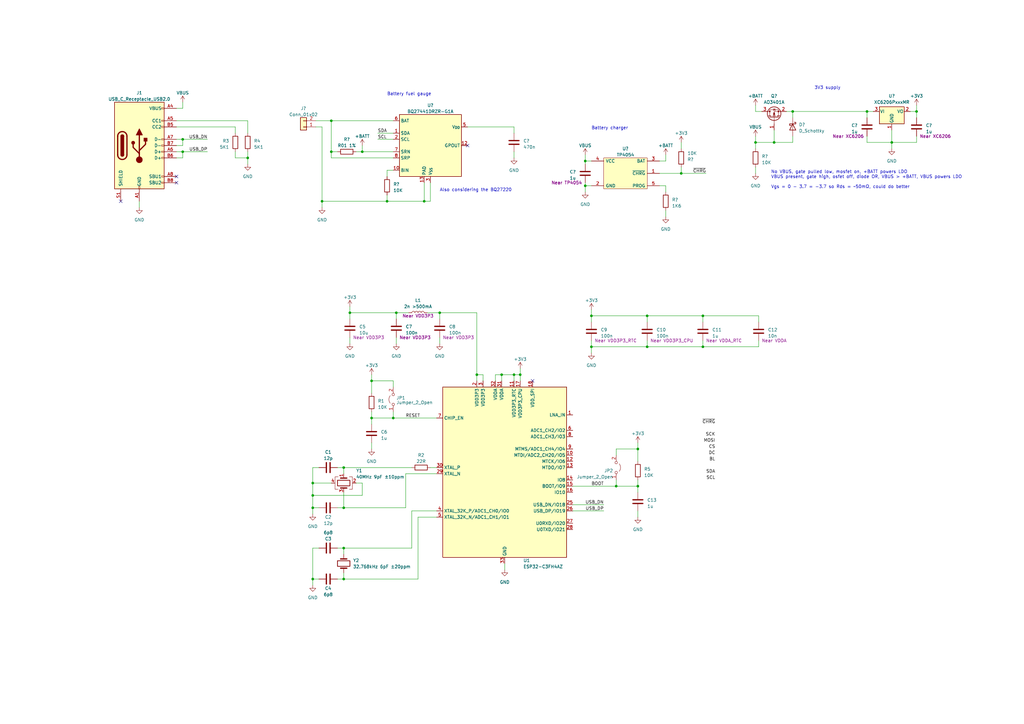
<source format=kicad_sch>
(kicad_sch (version 20230121) (generator eeschema)
  (paper "A3")
  (lib_symbols
    (symbol "Battery_Management:BQ27441DRZR-G1A"
      (property "Reference" "U" (at -5.08 15.875 0))
      (property "Value" "BQ27441DRZR-G1A" (at -5.08 13.97 0))
      (symbol "BQ27441DRZR-G1A_0_1"
        (rectangle (start -12.7 12.7) (end 12.7 -12.7) (stroke (width 0.254)) (fill (type background)))
      )
      (symbol "BQ27441DRZR-G1A_1_1"
        (pin bidirectional line (at -15.24 5.08 0) (length 2.54) (name "SDA") (number "1"))
        (pin input line (at -15.24 -10.16 0) (length 2.54) (name "BIN") (number "10"))
        (pin no_connect line (at 10.16 -2.54 180) (length 2.54) hide (name "NC") (number "11"))
        (pin output line (at 15.24 0 180) (length 2.54) (name "GPOUT") (number "12"))
        (pin power_in line (at -2.54 -15.24 90) (length 2.54) (name "PAD") (number "13"))
        (pin input line (at -15.24 2.54 0) (length 2.54) (name "SCL") (number "2"))
        (pin power_in line (at 0 -15.24 90) (length 2.54) (name "V_{SS}") (number "3"))
        (pin no_connect line (at 10.16 -7.62 180) (length 2.54) hide (name "NC") (number "4"))
        (pin power_out line (at 15.24 7.62 180) (length 2.54) (name "V_{DD}") (number "5"))
        (pin power_in line (at -15.24 10.16 0) (length 2.54) (name "BAT") (number "6"))
        (pin input line (at -15.24 -2.54 0) (length 2.54) (name "SRN") (number "7"))
        (pin input line (at -15.24 -5.08 0) (length 2.54) (name "SRP") (number "8"))
        (pin no_connect line (at 10.16 -5.08 180) (length 2.54) hide (name "NC") (number "9"))
      )
    )
    (symbol "Connector:USB_C_Receptacle_USB2.0" (pin_names (offset 1.016))
      (property "Reference" "J" (at -10.16 19.05 0))
      (property "Value" "USB_C_Receptacle_USB2.0" (at 19.05 19.05 0))
      (symbol "USB_C_Receptacle_USB2.0_0_0"
        (rectangle (start -0.254 -17.78) (end 0.254 -16.764))
        (rectangle (start 10.16 -14.986) (end 9.144 -15.494))
        (rectangle (start 10.16 -12.446) (end 9.144 -12.954))
        (rectangle (start 10.16 -4.826) (end 9.144 -5.334))
        (rectangle (start 10.16 -2.286) (end 9.144 -2.794))
        (rectangle (start 10.16 0.254) (end 9.144 -0.254))
        (rectangle (start 10.16 2.794) (end 9.144 2.286))
        (rectangle (start 10.16 7.874) (end 9.144 7.366))
        (rectangle (start 10.16 10.414) (end 9.144 9.906))
        (rectangle (start 10.16 15.494) (end 9.144 14.986))
      )
      (symbol "USB_C_Receptacle_USB2.0_0_1"
        (rectangle (start -10.16 17.78) (end 10.16 -17.78) (stroke (width 0.254)) (fill (type background)))
        (arc (start -8.89 -3.81) (mid -6.985 -5.7067) (end -5.08 -3.81) (stroke (width 0.508)))
        (arc (start -7.62 -3.81) (mid -6.985 -4.4423) (end -6.35 -3.81) (stroke (width 0.254)))
        (arc (start -7.62 -3.81) (mid -6.985 -4.4423) (end -6.35 -3.81) (stroke (width 0.254)) (fill (type outline)))
        (rectangle (start -7.62 -3.81) (end -6.35 3.81) (stroke (width 0.254)) (fill (type outline)))
        (arc (start -6.35 3.81) (mid -6.985 4.4423) (end -7.62 3.81) (stroke (width 0.254)))
        (arc (start -6.35 3.81) (mid -6.985 4.4423) (end -7.62 3.81) (stroke (width 0.254)) (fill (type outline)))
        (arc (start -5.08 3.81) (mid -6.985 5.7067) (end -8.89 3.81) (stroke (width 0.508)))
        (circle (center -2.54 1.143) (radius 0.635) (stroke (width 0.254)) (fill (type outline)))
        (circle (center 0 -5.842) (radius 1.27) (fill (type outline)))
        (polyline (pts (xy -8.89 -3.81) (xy -8.89 3.81)) (stroke (width 0.508)))
        (polyline (pts (xy -5.08 3.81) (xy -5.08 -3.81)) (stroke (width 0.508)))
        (polyline (pts (xy 0 -5.842) (xy 0 4.318)) (stroke (width 0.508)))
        (polyline (pts (xy 0 -3.302) (xy -2.54 -0.762) (xy -2.54 0.508)) (stroke (width 0.508)))
        (polyline (pts (xy 0 -2.032) (xy 2.54 0.508) (xy 2.54 1.778)) (stroke (width 0.508)))
        (polyline (pts (xy -1.27 4.318) (xy 0 6.858) (xy 1.27 4.318) (xy -1.27 4.318)) (stroke (width 0.254)) (fill (type outline)))
        (rectangle (start 1.905 1.778) (end 3.175 3.048) (stroke (width 0.254)) (fill (type outline)))
      )
      (symbol "USB_C_Receptacle_USB2.0_1_1"
        (pin passive line (at 0 -22.86 90) (length 5.08) (name "GND") (number "A1"))
        (pin passive line (at 0 -22.86 90) (length 5.08) hide (name "GND") (number "A12"))
        (pin passive line (at 15.24 15.24 180) (length 5.08) (name "VBUS") (number "A4"))
        (pin bidirectional line (at 15.24 10.16 180) (length 5.08) (name "CC1") (number "A5"))
        (pin bidirectional line (at 15.24 -2.54 180) (length 5.08) (name "D+") (number "A6"))
        (pin bidirectional line (at 15.24 2.54 180) (length 5.08) (name "D-") (number "A7"))
        (pin bidirectional line (at 15.24 -12.7 180) (length 5.08) (name "SBU1") (number "A8"))
        (pin passive line (at 15.24 15.24 180) (length 5.08) hide (name "VBUS") (number "A9"))
        (pin passive line (at 0 -22.86 90) (length 5.08) hide (name "GND") (number "B1"))
        (pin passive line (at 0 -22.86 90) (length 5.08) hide (name "GND") (number "B12"))
        (pin passive line (at 15.24 15.24 180) (length 5.08) hide (name "VBUS") (number "B4"))
        (pin bidirectional line (at 15.24 7.62 180) (length 5.08) (name "CC2") (number "B5"))
        (pin bidirectional line (at 15.24 -5.08 180) (length 5.08) (name "D+") (number "B6"))
        (pin bidirectional line (at 15.24 0 180) (length 5.08) (name "D-") (number "B7"))
        (pin bidirectional line (at 15.24 -15.24 180) (length 5.08) (name "SBU2") (number "B8"))
        (pin passive line (at 15.24 15.24 180) (length 5.08) hide (name "VBUS") (number "B9"))
        (pin passive line (at -7.62 -22.86 90) (length 5.08) (name "SHIELD") (number "S1"))
      )
    )
    (symbol "Connector_Generic:Conn_01x02" (pin_names (offset 1.016) hide)
      (property "Reference" "J" (at 0 2.54 0))
      (property "Value" "Conn_01x02" (at 0 -5.08 0))
      (symbol "Conn_01x02_1_1"
        (rectangle (start -1.27 -2.413) (end 0 -2.667) (stroke (width 0.1524)))
        (rectangle (start -1.27 0.127) (end 0 -0.127) (stroke (width 0.1524)))
        (rectangle (start -1.27 1.27) (end 1.27 -3.81) (stroke (width 0.254)) (fill (type background)))
        (pin passive line (at -5.08 0 0) (length 3.81) (name "Pin_1") (number "1"))
        (pin passive line (at -5.08 -2.54 0) (length 3.81) (name "Pin_2") (number "2"))
      )
    )
    (symbol "Device:C" (pin_numbers hide) (pin_names (offset 0.254))
      (property "Reference" "C" (at 0.635 2.54 0))
      (property "Value" "C" (at 0.635 -2.54 0))
      (symbol "C_0_1"
        (polyline (pts (xy -2.032 -0.762) (xy 2.032 -0.762)) (stroke (width 0.508)))
        (polyline (pts (xy -2.032 0.762) (xy 2.032 0.762)) (stroke (width 0.508)))
      )
      (symbol "C_1_1"
        (pin passive line (at 0 3.81 270) (length 2.794) (name "~") (number "1"))
        (pin passive line (at 0 -3.81 90) (length 2.794) (name "~") (number "2"))
      )
    )
    (symbol "Device:Crystal" (pin_numbers hide) (pin_names (offset 1.016) hide)
      (property "Reference" "Y" (at 0 3.81 0))
      (property "Value" "Crystal" (at 0 -3.81 0))
      (symbol "Crystal_0_1"
        (rectangle (start -1.143 2.54) (end 1.143 -2.54) (stroke (width 0.3048)))
        (polyline (pts (xy -2.54 0) (xy -1.905 0)))
        (polyline (pts (xy -1.905 -1.27) (xy -1.905 1.27)) (stroke (width 0.508)))
        (polyline (pts (xy 1.905 -1.27) (xy 1.905 1.27)) (stroke (width 0.508)))
        (polyline (pts (xy 2.54 0) (xy 1.905 0)))
      )
      (symbol "Crystal_1_1"
        (pin passive line (at -3.81 0 0) (length 1.27) (name "1") (number "1"))
        (pin passive line (at 3.81 0 180) (length 1.27) (name "2") (number "2"))
      )
    )
    (symbol "Device:Crystal_GND24" (pin_names (offset 1.016) hide)
      (property "Reference" "Y" (at 3.175 5.08 0))
      (property "Value" "Crystal_GND24" (at 3.175 3.175 0))
      (symbol "Crystal_GND24_0_1"
        (rectangle (start -1.143 2.54) (end 1.143 -2.54) (stroke (width 0.3048)))
        (polyline (pts (xy -2.54 0) (xy -2.032 0)))
        (polyline (pts (xy -2.032 -1.27) (xy -2.032 1.27)) (stroke (width 0.508)))
        (polyline (pts (xy 0 -3.81) (xy 0 -3.556)))
        (polyline (pts (xy 0 3.556) (xy 0 3.81)))
        (polyline (pts (xy 2.032 -1.27) (xy 2.032 1.27)) (stroke (width 0.508)))
        (polyline (pts (xy 2.032 0) (xy 2.54 0)))
        (polyline (pts (xy -2.54 -2.286) (xy -2.54 -3.556) (xy 2.54 -3.556) (xy 2.54 -2.286)))
        (polyline (pts (xy -2.54 2.286) (xy -2.54 3.556) (xy 2.54 3.556) (xy 2.54 2.286)))
      )
      (symbol "Crystal_GND24_1_1"
        (pin passive line (at -3.81 0 0) (length 1.27) (name "1") (number "1"))
        (pin passive line (at 0 5.08 270) (length 1.27) (name "2") (number "2"))
        (pin passive line (at 3.81 0 180) (length 1.27) (name "3") (number "3"))
        (pin passive line (at 0 -5.08 90) (length 1.27) (name "4") (number "4"))
      )
    )
    (symbol "Device:D_Schottky" (pin_numbers hide) (pin_names (offset 1.016) hide)
      (property "Reference" "D" (at 0 2.54 0))
      (property "Value" "D_Schottky" (at 0 -2.54 0))
      (symbol "D_Schottky_0_1"
        (polyline (pts (xy 1.27 0) (xy -1.27 0)))
        (polyline (pts (xy 1.27 1.27) (xy 1.27 -1.27) (xy -1.27 0) (xy 1.27 1.27)) (stroke (width 0.254)))
        (polyline (pts (xy -1.905 0.635) (xy -1.905 1.27) (xy -1.27 1.27) (xy -1.27 -1.27) (xy -0.635 -1.27) (xy -0.635 -0.635)) (stroke (width 0.254)))
      )
      (symbol "D_Schottky_1_1"
        (pin passive line (at -3.81 0 0) (length 2.54) (name "K") (number "1"))
        (pin passive line (at 3.81 0 180) (length 2.54) (name "A") (number "2"))
      )
    )
    (symbol "Device:L" (pin_numbers hide) (pin_names (offset 1.016) hide)
      (property "Reference" "L" (at -1.27 0 90))
      (property "Value" "L" (at 1.905 0 90))
      (symbol "L_0_1"
        (arc (start 0 -2.54) (mid 0.6323 -1.905) (end 0 -1.27))
        (arc (start 0 -1.27) (mid 0.6323 -0.635) (end 0 0))
        (arc (start 0 0) (mid 0.6323 0.635) (end 0 1.27))
        (arc (start 0 1.27) (mid 0.6323 1.905) (end 0 2.54))
      )
      (symbol "L_1_1"
        (pin passive line (at 0 3.81 270) (length 1.27) (name "1") (number "1"))
        (pin passive line (at 0 -3.81 90) (length 1.27) (name "2") (number "2"))
      )
    )
    (symbol "Device:R" (pin_numbers hide) (pin_names (offset 0))
      (property "Reference" "R" (at 2.032 0 90))
      (property "Value" "R" (at 0 0 90))
      (symbol "R_0_1"
        (rectangle (start -1.016 -2.54) (end 1.016 2.54) (stroke (width 0.254)))
      )
      (symbol "R_1_1"
        (pin passive line (at 0 3.81 270) (length 1.27) (name "~") (number "1"))
        (pin passive line (at 0 -3.81 90) (length 1.27) (name "~") (number "2"))
      )
    )
    (symbol "Jumper:Jumper_2_Open" (pin_names (offset 0) hide)
      (property "Reference" "JP" (at 0 2.794 0))
      (property "Value" "Jumper_2_Open" (at 0 -2.286 0))
      (symbol "Jumper_2_Open_0_0"
        (circle (center -2.032 0) (radius 0.508))
        (circle (center 2.032 0) (radius 0.508))
      )
      (symbol "Jumper_2_Open_0_1"
        (arc (start 1.524 1.27) (mid 0 1.778) (end -1.524 1.27))
      )
      (symbol "Jumper_2_Open_1_1"
        (pin passive line (at -5.08 0 0) (length 2.54) (name "A") (number "1"))
        (pin passive line (at 5.08 0 180) (length 2.54) (name "B") (number "2"))
      )
    )
    (symbol "Regulator_Linear:XC6206PxxxMR" (pin_names (offset 0.254))
      (property "Reference" "U" (at -3.81 3.175 0))
      (property "Value" "XC6206PxxxMR" (at 0 3.175 0))
      (symbol "XC6206PxxxMR_0_1"
        (rectangle (start -5.08 1.905) (end 5.08 -5.08) (stroke (width 0.254)) (fill (type background)))
      )
      (symbol "XC6206PxxxMR_1_1"
        (pin power_in line (at 0 -7.62 90) (length 2.54) (name "GND") (number "1"))
        (pin power_out line (at 7.62 0 180) (length 2.54) (name "VO") (number "2"))
        (pin power_in line (at -7.62 0 0) (length 2.54) (name "VI") (number "3"))
      )
    )
    (symbol "Transistor_FET:AO3401A" (pin_names hide)
      (property "Reference" "Q" (at 5.08 1.905 0))
      (property "Value" "AO3401A" (at 5.08 0 0))
      (symbol "AO3401A_0_1"
        (polyline (pts (xy 0.254 0) (xy -2.54 0)))
        (polyline (pts (xy 0.254 1.905) (xy 0.254 -1.905)) (stroke (width 0.254)))
        (polyline (pts (xy 0.762 -1.27) (xy 0.762 -2.286)) (stroke (width 0.254)))
        (polyline (pts (xy 0.762 0.508) (xy 0.762 -0.508)) (stroke (width 0.254)))
        (polyline (pts (xy 0.762 2.286) (xy 0.762 1.27)) (stroke (width 0.254)))
        (polyline (pts (xy 2.54 2.54) (xy 2.54 1.778)))
        (polyline (pts (xy 2.54 -2.54) (xy 2.54 0) (xy 0.762 0)))
        (polyline (pts (xy 0.762 1.778) (xy 3.302 1.778) (xy 3.302 -1.778) (xy 0.762 -1.778)))
        (polyline (pts (xy 2.286 0) (xy 1.27 0.381) (xy 1.27 -0.381) (xy 2.286 0)) (fill (type outline)))
        (polyline (pts (xy 2.794 -0.508) (xy 2.921 -0.381) (xy 3.683 -0.381) (xy 3.81 -0.254)))
        (polyline (pts (xy 3.302 -0.381) (xy 2.921 0.254) (xy 3.683 0.254) (xy 3.302 -0.381)))
        (circle (center 1.651 0) (radius 2.794) (stroke (width 0.254)))
        (circle (center 2.54 -1.778) (radius 0.254) (fill (type outline)))
        (circle (center 2.54 1.778) (radius 0.254) (fill (type outline)))
      )
      (symbol "AO3401A_1_1"
        (pin input line (at -5.08 0 0) (length 2.54) (name "G") (number "1"))
        (pin passive line (at 2.54 -5.08 90) (length 2.54) (name "S") (number "2"))
        (pin passive line (at 2.54 5.08 270) (length 2.54) (name "D") (number "3"))
      )
    )
    (symbol "local:ESP32-C3FH4AZ"
      (property "Reference" "U?" (at 7.62 -33.02 0))
      (property "Value" "ESP32-C3FH4AZ" (at 7.62 -35.56 0))
      (symbol "ESP32-C3FH4AZ_0_1"
        (rectangle (start -25.4 38.1) (end 25.4 -31.75) (stroke (width 0.254)) (fill (type background)))
      )
      (symbol "ESP32-C3FH4AZ_1_0"
        (pin bidirectional line (at 27.94 26.67 180) (length 2.54) (name "LNA_IN") (number "1"))
        (pin bidirectional line (at 27.94 10.16 180) (length 2.54) (name "MTDI/ADC2_CH20/IO5") (number "10"))
        (pin power_in line (at 3.81 40.64 270) (length 2.54) (name "VDD3P3_RTC") (number "11"))
        (pin bidirectional line (at 27.94 7.62 180) (length 2.54) (name "MTCK/IO6") (number "12"))
        (pin bidirectional line (at 27.94 5.08 180) (length 2.54) (name "MTDO/IO7") (number "13"))
        (pin bidirectional line (at 27.94 0 180) (length 2.54) (name "IO8") (number "14"))
        (pin bidirectional line (at 27.94 -2.54 180) (length 2.54) (name "BOOT/IO9") (number "15"))
        (pin bidirectional line (at 27.94 -5.08 180) (length 2.54) (name "IO10") (number "16"))
        (pin power_in line (at 6.35 40.64 270) (length 2.54) (name "VDD3P3_CPU") (number "17"))
        (pin power_in line (at 11.43 40.64 270) (length 2.54) (name "VDD_SPI") (number "18"))
        (pin no_connect line (at -5.08 17.78 0) (length 2.54) hide (name "NC") (number "19"))
        (pin power_in line (at -11.43 40.64 270) (length 2.54) (name "VDD3P3") (number "2"))
        (pin no_connect line (at -5.08 15.24 0) (length 2.54) hide (name "NC") (number "20"))
        (pin no_connect line (at -5.08 12.7 0) (length 2.54) hide (name "NC") (number "21"))
        (pin no_connect line (at -5.08 10.16 0) (length 2.54) hide (name "NC") (number "22"))
        (pin no_connect line (at -5.08 7.62 0) (length 2.54) hide (name "NC") (number "23"))
        (pin no_connect line (at -5.08 5.08 0) (length 2.54) hide (name "NC") (number "24"))
        (pin bidirectional line (at 27.94 -10.16 180) (length 2.54) (name "USB_DN/IO18") (number "25"))
        (pin bidirectional line (at 27.94 -12.7 180) (length 2.54) (name "USB_DP/IO19") (number "26"))
        (pin bidirectional line (at 27.94 -17.78 180) (length 2.54) (name "U0RXD/IO20") (number "27"))
        (pin bidirectional line (at 27.94 -20.32 180) (length 2.54) (name "U0TXD/IO21") (number "28"))
        (pin bidirectional line (at -27.94 2.54 0) (length 2.54) (name "XTAL_N") (number "29"))
        (pin power_in line (at -8.89 40.64 270) (length 2.54) (name "VDD3P3") (number "3"))
        (pin bidirectional line (at -27.94 5.08 0) (length 2.54) (name "XTAL_P") (number "30"))
        (pin power_in line (at -1.27 40.64 270) (length 2.54) (name "VDDA") (number "31"))
        (pin power_in line (at -3.81 40.64 270) (length 2.54) (name "VDDA") (number "32"))
        (pin power_in line (at 0 -34.29 90) (length 2.54) (name "GND") (number "33"))
        (pin bidirectional line (at -27.94 -12.7 0) (length 2.54) (name "XTAL_32K_P/ADC1_CH0/IO0") (number "4"))
        (pin bidirectional line (at -27.94 -15.24 0) (length 2.54) (name "XTAL_32K_N/ADC1_CH1/IO1") (number "5"))
        (pin bidirectional line (at 27.94 20.32 180) (length 2.54) (name "ADC1_CH2/IO2") (number "6"))
        (pin input line (at -27.94 25.4 0) (length 2.54) (name "CHIP_EN") (number "7"))
        (pin bidirectional line (at 27.94 17.78 180) (length 2.54) (name "ADC1_CH3/IO3") (number "8"))
        (pin bidirectional line (at 27.94 12.7 180) (length 2.54) (name "MTMS/ADC1_CH4/IO4") (number "9"))
      )
    )
    (symbol "local:TP4054" (pin_names (offset 0.762))
      (property "Reference" "U?" (at 0 10.16 0))
      (property "Value" "TP4054" (at 0 7.62 0))
      (symbol "TP4054_0_0"
        (pin passive line (at 13.97 0 180) (length 5.08) (name "~{CHRG}") (number "1"))
        (pin passive line (at -13.97 -5.08 0) (length 5.08) (name "GND") (number "2"))
        (pin passive line (at 13.97 5.08 180) (length 5.08) (name "BAT") (number "3"))
        (pin passive line (at -13.97 5.08 0) (length 5.08) (name "VCC") (number "4"))
        (pin passive line (at 13.97 -5.08 180) (length 5.08) (name "PROG") (number "5"))
      )
      (symbol "TP4054_1_1"
        (polyline (pts (xy -8.89 6.35) (xy 8.89 6.35) (xy 8.89 -6.35) (xy -8.89 -6.35) (xy -8.89 6.35)) (stroke (width 0.1524)) (fill (type background)))
      )
    )
    (symbol "power:+3V3" (power) (pin_names (offset 0))
      (property "Value" "+3V3" (at 0 3.556 0))
      (symbol "+3V3_0_1"
        (polyline (pts (xy -0.762 1.27) (xy 0 2.54)))
        (polyline (pts (xy 0 0) (xy 0 2.54)))
        (polyline (pts (xy 0 2.54) (xy 0.762 1.27)))
      )
      (symbol "+3V3_1_1"
        (pin power_in line (at 0 0 90) (length 0) hide (name "+3V3") (number "1"))
      )
    )
    (symbol "power:+BATT" (power) (pin_names (offset 0))
      (property "Value" "+BATT" (at 0 3.556 0))
      (symbol "+BATT_0_1"
        (polyline (pts (xy -0.762 1.27) (xy 0 2.54)))
        (polyline (pts (xy 0 0) (xy 0 2.54)))
        (polyline (pts (xy 0 2.54) (xy 0.762 1.27)))
      )
      (symbol "+BATT_1_1"
        (pin power_in line (at 0 0 90) (length 0) hide (name "+BATT") (number "1"))
      )
    )
    (symbol "power:GND" (power) (pin_names (offset 0))
      (property "Value" "GND" (at 0 -3.81 0))
      (symbol "GND_0_1"
        (polyline (pts (xy 0 0) (xy 0 -1.27) (xy 1.27 -1.27) (xy 0 -2.54) (xy -1.27 -1.27) (xy 0 -1.27)))
      )
      (symbol "GND_1_1"
        (pin power_in line (at 0 0 270) (length 0) hide (name "GND") (number "1"))
      )
    )
    (symbol "power:VBUS" (power) (pin_names (offset 0))
      (property "Value" "VBUS" (at 0 3.81 0))
      (symbol "VBUS_0_1"
        (polyline (pts (xy -0.762 1.27) (xy 0 2.54)))
        (polyline (pts (xy 0 0) (xy 0 2.54)))
        (polyline (pts (xy 0 2.54) (xy 0.762 1.27)))
      )
      (symbol "VBUS_1_1"
        (pin power_in line (at 0 0 90) (length 0) hide (name "VBUS") (number "1"))
      )
    )
  )
  (junction (at 74.93 57.15))
  (junction (at 252.73 199.39))
  (junction (at 365.76 58.42))
  (junction (at 128.27 208.28))
  (junction (at 135.89 49.53))
  (junction (at 162.56 128.27))
  (junction (at 101.6 64.77))
  (junction (at 309.88 58.42))
  (junction (at 148.59 62.23))
  (junction (at 375.92 45.72))
  (junction (at 240.03 76.2))
  (junction (at 128.27 237.49))
  (junction (at 317.5 58.42))
  (junction (at 74.93 62.23))
  (junction (at 261.62 184.15))
  (junction (at 135.89 62.23))
  (junction (at 158.75 82.55))
  (junction (at 152.4 171.45))
  (junction (at 152.4 156.21))
  (junction (at 355.6 45.72))
  (junction (at 140.97 237.49))
  (junction (at 240.03 66.04))
  (junction (at 173.99 82.55))
  (junction (at 279.4 71.12))
  (junction (at 161.29 171.45))
  (junction (at 143.51 128.27))
  (junction (at 205.74 153.67))
  (junction (at 261.62 199.39))
  (junction (at 180.34 128.27))
  (junction (at 213.36 153.67))
  (junction (at 242.57 129.54))
  (junction (at 265.43 129.54))
  (junction (at 325.12 45.72))
  (junction (at 288.29 142.24))
  (junction (at 140.97 191.77))
  (junction (at 195.58 153.67))
  (junction (at 140.97 208.28))
  (junction (at 288.29 129.54))
  (junction (at 242.57 142.24))
  (junction (at 210.82 153.67))
  (junction (at 128.27 198.12))
  (junction (at 265.43 142.24))
  (junction (at 132.08 82.55))
  (junction (at 128.27 203.2))
  (junction (at 140.97 224.79))
  (no_connect (at 191.77 59.69))
  (no_connect (at 49.53 82.55))
  (no_connect (at 72.39 74.93))
  (no_connect (at 72.39 72.39))
  (no_connect (at 218.44 156.21))
  (wire (pts (xy 161.29 156.21) (xy 152.4 156.21)))
  (wire (pts (xy 203.2 156.21) (xy 203.2 153.67)))
  (wire (pts (xy 138.43 224.79) (xy 140.97 224.79)))
  (wire (pts (xy 273.05 66.04) (xy 270.51 66.04)))
  (wire (pts (xy 355.6 55.88) (xy 355.6 58.42)))
  (wire (pts (xy 273.05 86.36) (xy 273.05 88.9)))
  (wire (pts (xy 158.75 72.39) (xy 158.75 69.85)))
  (wire (pts (xy 128.27 198.12) (xy 128.27 203.2)))
  (wire (pts (xy 72.39 52.07) (xy 96.52 52.07)))
  (wire (pts (xy 261.62 181.61) (xy 261.62 184.15)))
  (wire (pts (xy 207.01 231.14) (xy 207.01 233.68)))
  (wire (pts (xy 135.89 64.77) (xy 135.89 62.23)))
  (wire (pts (xy 140.97 224.79) (xy 140.97 227.33)))
  (wire (pts (xy 72.39 62.23) (xy 74.93 62.23)))
  (wire (pts (xy 96.52 52.07) (xy 96.52 54.61)))
  (wire (pts (xy 143.51 130.81) (xy 143.51 128.27)))
  (wire (pts (xy 261.62 196.85) (xy 261.62 199.39)))
  (wire (pts (xy 279.4 58.42) (xy 279.4 60.96)))
  (wire (pts (xy 74.93 57.15) (xy 85.09 57.15)))
  (wire (pts (xy 128.27 224.79) (xy 130.81 224.79)))
  (wire (pts (xy 176.53 74.93) (xy 176.53 82.55)))
  (wire (pts (xy 288.29 139.7) (xy 288.29 142.24)))
  (wire (pts (xy 279.4 71.12) (xy 289.56 71.12)))
  (wire (pts (xy 72.39 59.69) (xy 74.93 59.69)))
  (wire (pts (xy 365.76 60.96) (xy 365.76 58.42)))
  (wire (pts (xy 261.62 199.39) (xy 261.62 201.93)))
  (wire (pts (xy 179.07 212.09) (xy 171.45 212.09)))
  (wire (pts (xy 132.08 82.55) (xy 158.75 82.55)))
  (wire (pts (xy 273.05 63.5) (xy 273.05 66.04)))
  (wire (pts (xy 375.92 43.18) (xy 375.92 45.72)))
  (wire (pts (xy 74.93 62.23) (xy 85.09 62.23)))
  (wire (pts (xy 129.54 52.07) (xy 132.08 52.07)))
  (wire (pts (xy 210.82 62.23) (xy 210.82 64.77)))
  (wire (pts (xy 140.97 194.31) (xy 140.97 191.77)))
  (wire (pts (xy 317.5 58.42) (xy 325.12 58.42)))
  (wire (pts (xy 322.58 45.72) (xy 325.12 45.72)))
  (wire (pts (xy 242.57 139.7) (xy 242.57 142.24)))
  (wire (pts (xy 252.73 186.69) (xy 252.73 184.15)))
  (wire (pts (xy 325.12 58.42) (xy 325.12 55.88)))
  (wire (pts (xy 205.74 153.67) (xy 203.2 153.67)))
  (wire (pts (xy 148.59 62.23) (xy 161.29 62.23)))
  (wire (pts (xy 234.95 207.01) (xy 247.65 207.01)))
  (wire (pts (xy 273.05 76.2) (xy 273.05 78.74)))
  (wire (pts (xy 146.05 198.12) (xy 148.59 198.12)))
  (wire (pts (xy 205.74 153.67) (xy 205.74 156.21)))
  (wire (pts (xy 166.37 194.31) (xy 166.37 208.28)))
  (wire (pts (xy 132.08 82.55) (xy 132.08 85.09)))
  (wire (pts (xy 242.57 142.24) (xy 265.43 142.24)))
  (wire (pts (xy 162.56 128.27) (xy 162.56 130.81)))
  (wire (pts (xy 205.74 153.67) (xy 210.82 153.67)))
  (wire (pts (xy 158.75 82.55) (xy 173.99 82.55)))
  (wire (pts (xy 311.15 129.54) (xy 311.15 132.08)))
  (wire (pts (xy 146.05 62.23) (xy 148.59 62.23)))
  (wire (pts (xy 242.57 142.24) (xy 242.57 144.78)))
  (wire (pts (xy 365.76 58.42) (xy 375.92 58.42)))
  (wire (pts (xy 252.73 196.85) (xy 252.73 199.39)))
  (wire (pts (xy 309.88 58.42) (xy 309.88 55.88)))
  (wire (pts (xy 375.92 58.42) (xy 375.92 55.88)))
  (wire (pts (xy 140.97 237.49) (xy 171.45 237.49)))
  (wire (pts (xy 240.03 78.74) (xy 240.03 76.2)))
  (wire (pts (xy 210.82 153.67) (xy 210.82 156.21)))
  (wire (pts (xy 162.56 138.43) (xy 162.56 140.97)))
  (wire (pts (xy 173.99 74.93) (xy 173.99 82.55)))
  (wire (pts (xy 135.89 62.23) (xy 138.43 62.23)))
  (wire (pts (xy 140.97 224.79) (xy 168.91 224.79)))
  (wire (pts (xy 152.4 171.45) (xy 152.4 173.99)))
  (wire (pts (xy 74.93 62.23) (xy 74.93 64.77)))
  (wire (pts (xy 128.27 198.12) (xy 135.89 198.12)))
  (wire (pts (xy 96.52 64.77) (xy 96.52 62.23)))
  (wire (pts (xy 311.15 139.7) (xy 311.15 142.24)))
  (wire (pts (xy 161.29 171.45) (xy 179.07 171.45)))
  (wire (pts (xy 143.51 138.43) (xy 143.51 140.97)))
  (wire (pts (xy 176.53 191.77) (xy 179.07 191.77)))
  (wire (pts (xy 265.43 139.7) (xy 265.43 142.24)))
  (wire (pts (xy 175.26 128.27) (xy 180.34 128.27)))
  (wire (pts (xy 154.94 57.15) (xy 161.29 57.15)))
  (wire (pts (xy 128.27 203.2) (xy 148.59 203.2)))
  (wire (pts (xy 166.37 194.31) (xy 179.07 194.31)))
  (wire (pts (xy 279.4 68.58) (xy 279.4 71.12)))
  (wire (pts (xy 252.73 184.15) (xy 261.62 184.15)))
  (wire (pts (xy 167.64 128.27) (xy 162.56 128.27)))
  (wire (pts (xy 130.81 208.28) (xy 128.27 208.28)))
  (wire (pts (xy 128.27 191.77) (xy 128.27 198.12)))
  (wire (pts (xy 135.89 49.53) (xy 161.29 49.53)))
  (wire (pts (xy 375.92 45.72) (xy 375.92 48.26)))
  (wire (pts (xy 101.6 49.53) (xy 101.6 54.61)))
  (wire (pts (xy 180.34 138.43) (xy 180.34 140.97)))
  (wire (pts (xy 195.58 153.67) (xy 198.12 153.67)))
  (wire (pts (xy 261.62 184.15) (xy 261.62 189.23)))
  (wire (pts (xy 195.58 156.21) (xy 195.58 153.67)))
  (wire (pts (xy 317.5 53.34) (xy 317.5 58.42)))
  (wire (pts (xy 161.29 168.91) (xy 161.29 171.45)))
  (wire (pts (xy 143.51 128.27) (xy 162.56 128.27)))
  (wire (pts (xy 325.12 45.72) (xy 355.6 45.72)))
  (wire (pts (xy 180.34 128.27) (xy 195.58 128.27)))
  (wire (pts (xy 140.97 191.77) (xy 168.91 191.77)))
  (wire (pts (xy 252.73 199.39) (xy 261.62 199.39)))
  (wire (pts (xy 240.03 66.04) (xy 240.03 67.31)))
  (wire (pts (xy 195.58 153.67) (xy 195.58 128.27)))
  (wire (pts (xy 148.59 59.69) (xy 148.59 62.23)))
  (wire (pts (xy 180.34 130.81) (xy 180.34 128.27)))
  (wire (pts (xy 57.15 82.55) (xy 57.15 85.09)))
  (wire (pts (xy 288.29 142.24) (xy 311.15 142.24)))
  (wire (pts (xy 143.51 125.73) (xy 143.51 128.27)))
  (wire (pts (xy 317.5 58.42) (xy 309.88 58.42)))
  (wire (pts (xy 101.6 62.23) (xy 101.6 64.77)))
  (wire (pts (xy 309.88 45.72) (xy 312.42 45.72)))
  (wire (pts (xy 152.4 156.21) (xy 152.4 161.29)))
  (wire (pts (xy 72.39 49.53) (xy 101.6 49.53)))
  (wire (pts (xy 161.29 158.75) (xy 161.29 156.21)))
  (wire (pts (xy 210.82 52.07) (xy 191.77 52.07)))
  (wire (pts (xy 355.6 58.42) (xy 365.76 58.42)))
  (wire (pts (xy 128.27 237.49) (xy 130.81 237.49)))
  (wire (pts (xy 140.97 208.28) (xy 138.43 208.28)))
  (wire (pts (xy 265.43 142.24) (xy 288.29 142.24)))
  (wire (pts (xy 161.29 171.45) (xy 152.4 171.45)))
  (wire (pts (xy 325.12 45.72) (xy 325.12 48.26)))
  (wire (pts (xy 101.6 64.77) (xy 101.6 67.31)))
  (wire (pts (xy 158.75 82.55) (xy 158.75 80.01)))
  (wire (pts (xy 198.12 156.21) (xy 198.12 153.67)))
  (wire (pts (xy 72.39 57.15) (xy 74.93 57.15)))
  (wire (pts (xy 365.76 58.42) (xy 365.76 53.34)))
  (wire (pts (xy 242.57 127) (xy 242.57 129.54)))
  (wire (pts (xy 140.97 237.49) (xy 140.97 234.95)))
  (wire (pts (xy 130.81 191.77) (xy 128.27 191.77)))
  (wire (pts (xy 309.88 45.72) (xy 309.88 43.18)))
  (wire (pts (xy 74.93 41.91) (xy 74.93 44.45)))
  (wire (pts (xy 168.91 224.79) (xy 168.91 209.55)))
  (wire (pts (xy 240.03 63.5) (xy 240.03 66.04)))
  (wire (pts (xy 128.27 240.03) (xy 128.27 237.49)))
  (wire (pts (xy 152.4 153.67) (xy 152.4 156.21)))
  (wire (pts (xy 168.91 209.55) (xy 179.07 209.55)))
  (wire (pts (xy 74.93 44.45) (xy 72.39 44.45)))
  (wire (pts (xy 309.88 58.42) (xy 309.88 60.96)))
  (wire (pts (xy 135.89 62.23) (xy 135.89 49.53)))
  (wire (pts (xy 72.39 64.77) (xy 74.93 64.77)))
  (wire (pts (xy 213.36 156.21) (xy 213.36 153.67)))
  (wire (pts (xy 132.08 52.07) (xy 132.08 82.55)))
  (wire (pts (xy 270.51 71.12) (xy 279.4 71.12)))
  (wire (pts (xy 176.53 82.55) (xy 173.99 82.55)))
  (wire (pts (xy 288.29 129.54) (xy 311.15 129.54)))
  (wire (pts (xy 265.43 129.54) (xy 265.43 132.08)))
  (wire (pts (xy 355.6 45.72) (xy 358.14 45.72)))
  (wire (pts (xy 213.36 153.67) (xy 213.36 151.13)))
  (wire (pts (xy 210.82 54.61) (xy 210.82 52.07)))
  (wire (pts (xy 152.4 168.91) (xy 152.4 171.45)))
  (wire (pts (xy 234.95 199.39) (xy 252.73 199.39)))
  (wire (pts (xy 240.03 74.93) (xy 240.03 76.2)))
  (wire (pts (xy 152.4 184.15) (xy 152.4 181.61)))
  (wire (pts (xy 138.43 191.77) (xy 140.97 191.77)))
  (wire (pts (xy 288.29 129.54) (xy 288.29 132.08)))
  (wire (pts (xy 373.38 45.72) (xy 375.92 45.72)))
  (wire (pts (xy 154.94 54.61) (xy 161.29 54.61)))
  (wire (pts (xy 234.95 209.55) (xy 247.65 209.55)))
  (wire (pts (xy 140.97 201.93) (xy 140.97 208.28)))
  (wire (pts (xy 135.89 64.77) (xy 161.29 64.77)))
  (wire (pts (xy 242.57 129.54) (xy 242.57 132.08)))
  (wire (pts (xy 128.27 203.2) (xy 128.27 208.28)))
  (wire (pts (xy 171.45 212.09) (xy 171.45 237.49)))
  (wire (pts (xy 128.27 237.49) (xy 128.27 224.79)))
  (wire (pts (xy 158.75 69.85) (xy 161.29 69.85)))
  (wire (pts (xy 148.59 198.12) (xy 148.59 203.2)))
  (wire (pts (xy 240.03 76.2) (xy 242.57 76.2)))
  (wire (pts (xy 309.88 71.12) (xy 309.88 68.58)))
  (wire (pts (xy 213.36 153.67) (xy 210.82 153.67)))
  (wire (pts (xy 240.03 66.04) (xy 242.57 66.04)))
  (wire (pts (xy 128.27 208.28) (xy 128.27 210.82)))
  (wire (pts (xy 265.43 129.54) (xy 288.29 129.54)))
  (wire (pts (xy 129.54 49.53) (xy 135.89 49.53)))
  (wire (pts (xy 138.43 237.49) (xy 140.97 237.49)))
  (wire (pts (xy 242.57 129.54) (xy 265.43 129.54)))
  (wire (pts (xy 96.52 64.77) (xy 101.6 64.77)))
  (wire (pts (xy 270.51 76.2) (xy 273.05 76.2)))
  (wire (pts (xy 74.93 57.15) (xy 74.93 59.69)))
  (wire (pts (xy 140.97 208.28) (xy 166.37 208.28)))
  (wire (pts (xy 261.62 212.09) (xy 261.62 209.55)))
  (wire (pts (xy 355.6 45.72) (xy 355.6 48.26)))
  (text "No VBUS, gate pulled low, mosfet on, +BATT powers LDO\nVBUS present, gate high, osfet off, diode OR, VBUS > +BATT, VBUS powers LDO\n\nVgs = 0 - 3.7 = -3.7 so Rds = ~50mΩ, could do better" (at 316.23 77.47 0) (effects (font (size 1.27 1.27)) (justify left bottom)))
  (text "Battery fuel gauge" (at 158.75 39.37 0) (effects (font (size 1.27 1.27)) (justify left bottom)))
  (text "3V3 supply" (at 334.01 36.83 0) (effects (font (size 1.27 1.27)) (justify left bottom)))
  (text "Also considering the BQ27220" (at 180.34 78.74 0) (effects (font (size 1.27 1.27)) (justify left bottom)))
  (text "Battery charger" (at 242.57 53.34 0) (effects (font (size 1.27 1.27)) (justify left bottom)))
  (label "SDA" (at 154.94 54.61 0))
  (label "USB_DP" (at 85.09 62.23 180))
  (label "SDA" (at 293.37 194.31 180))
  (label "~{CHRG}" (at 289.56 71.12 180))
  (label "USB_DP" (at 247.65 209.55 180))
  (label "MOSI" (at 293.37 181.61 180))
  (label "SCL" (at 293.37 196.85 180))
  (label "BL" (at 293.37 189.23 180))
  (label "CS" (at 293.37 184.15 180))
  (label "USB_DN" (at 85.09 57.15 180))
  (label "DC" (at 293.37 186.69 180))
  (label "BOOT" (at 247.65 199.39 180))
  (label "USB_DN" (at 247.65 207.01 180))
  (label "RESET" (at 166.37 171.45 0))
  (label "SCL" (at 154.94 57.15 0))
  (label "~{CHRG}" (at 293.37 173.99 180))
  (label "SCK" (at 293.37 179.07 180))
  (symbol (lib_id "Device:R") (at 309.88 64.77 180) (unit 1)
    (property "Reference" "R?" (at 312.42 64.135 0) (effects (justify right)))
    (property "Value" "10K" (at 312.42 66.675 0) (effects (justify right)))
  )
  (symbol (lib_id "Device:C") (at 180.34 134.62 0) (unit 1)
    (property "Reference" "C8" (at 184.15 133.985 0) (effects (justify left)))
    (property "Value" "100n" (at 184.15 136.525 0) (effects (justify left)))
    (property "Label" "Near VDD3P3" (at 181.61 138.43 0) (effects (justify left)))
  )
  (symbol (lib_id "Device:C") (at 288.29 135.89 0) (unit 1)
    (property "Reference" "C11" (at 292.1 135.255 0) (effects (justify left)))
    (property "Value" "1u" (at 292.1 137.795 0) (effects (justify left)))
    (property "Label" "Near VDDA_RTC" (at 289.56 139.7 0) (effects (justify left)))
  )
  (symbol (lib_id "local:TP4054") (at 256.54 71.12 0) (unit 1)
    (property "Reference" "U?" (at 256.54 60.96 0))
    (property "Value" "TP4054" (at 256.54 63.5 0))
    (property "Footprint" "Package_TO_SOT_SMD:SOT-23-5" (effects hide))
    (property "Description" "Standalone Linear Li-ion Battery Charger with Thermal Regulation, SOT-23-5" (effects hide))
    (property "Height" "1" (effects hide))
    (property "Manufacturer_Name" "TOP POWER" (effects hide))
    (property "Manufacturer_Part_Number" "TP4054-42-SOT25-R" (effects hide))
  )
  (symbol (lib_id "power:+3V3") (at 242.57 127 0) (unit 1)
    (property "Reference" "#PWR03" (effects hide))
    (property "Value" "+3V3" (at 242.57 123.19 0))
  )
  (symbol (lib_id "Device:C") (at 210.82 58.42 0) (unit 1)
    (property "Reference" "C?" (at 214.63 57.785 0) (effects (justify left)))
    (property "Value" "470n" (at 214.63 60.325 0) (effects (justify left)))
  )
  (symbol (lib_id "power:+3V3") (at 143.51 125.73 0) (unit 1)
    (property "Reference" "#PWR07" (effects hide))
    (property "Value" "+3V3" (at 143.51 121.92 0))
  )
  (symbol (lib_id "Device:R") (at 172.72 191.77 90) (unit 1)
    (property "Reference" "R2" (at 172.72 186.69 90))
    (property "Value" "22R" (at 172.72 189.23 90))
  )
  (symbol (lib_id "power:GND") (at 152.4 184.15 0) (unit 1)
    (property "Reference" "#PWR015" (effects hide))
    (property "Value" "GND" (at 152.4 189.23 0))
  )
  (symbol (lib_id "power:GND") (at 132.08 85.09 0) (unit 1)
    (property "Reference" "#PWR011" (effects hide))
    (property "Value" "GND" (at 132.08 90.17 0))
  )
  (symbol (lib_id "power:GND") (at 162.56 140.97 0) (unit 1)
    (property "Reference" "#PWR013" (effects hide))
    (property "Value" "GND" (at 162.56 146.05 0))
  )
  (symbol (lib_id "power:GND") (at 210.82 64.77 0) (unit 1)
    (property "Reference" "#PWR018" (effects hide))
    (property "Value" "GND" (at 210.82 69.85 0))
  )
  (symbol (lib_id "power:GND") (at 309.88 71.12 0) (unit 1)
    (property "Reference" "#PWR030" (effects hide))
    (property "Value" "GND" (at 309.88 76.2 0))
  )
  (symbol (lib_id "power:GND") (at 207.01 233.68 0) (unit 1)
    (property "Reference" "#PWR01" (effects hide))
    (property "Value" "GND" (at 207.01 238.76 0))
  )
  (symbol (lib_id "power:+BATT") (at 273.05 63.5 0) (unit 1)
    (property "Reference" "#PWR022" (effects hide))
    (property "Value" "+BATT" (at 273.05 59.69 0))
  )
  (symbol (lib_id "Jumper:Jumper_2_Open") (at 161.29 163.83 90) (unit 1)
    (property "Reference" "JP1" (at 162.56 163.195 90) (effects (justify right)))
    (property "Value" "Jumper_2_Open" (at 162.56 165.1 90) (effects (justify right)))
    (property "Footprint" "Jumper:SolderJumper-2_P1.3mm_Open_RoundedPad1.0x1.5mm" (effects hide))
  )
  (symbol (lib_id "power:GND") (at 128.27 210.82 0) (unit 1)
    (property "Reference" "#PWR019" (effects hide))
    (property "Value" "GND" (at 128.27 215.9 0))
  )
  (symbol (lib_id "power:VBUS") (at 240.03 63.5 0) (unit 1)
    (property "Reference" "#PWR024" (effects hide))
    (property "Value" "VBUS" (at 240.03 59.69 0))
  )
  (symbol (lib_id "Battery_Management:BQ27441DRZR-G1A") (at 176.53 59.69 0) (unit 1)
    (property "Reference" "U?" (at 176.53 43.18 0))
    (property "Value" "BQ27441DRZR-G1A" (at 176.53 45.72 0))
    (property "Footprint" "Package_SON:Texas_S-PDSO-N12" (effects hide))
    (property "Datasheet" "http://www.ti.com/lit/ds/symlink/bq27441-g1.pdf" (effects hide))
  )
  (symbol (lib_id "Device:C") (at 311.15 135.89 0) (unit 1)
    (property "Reference" "C12" (at 314.96 135.255 0) (effects (justify left)))
    (property "Value" "10n" (at 314.96 137.795 0) (effects (justify left)))
    (property "Label" "Near VDDA" (at 312.42 139.7 0) (effects (justify left)))
  )
  (symbol (lib_id "Transistor_FET:AO3401A") (at 317.5 48.26 90) (unit 1)
    (property "Reference" "Q?" (at 317.5 39.37 90))
    (property "Value" "AO3401A" (at 317.5 41.91 90))
    (property "Footprint" "Package_TO_SOT_SMD:SOT-23" (effects hide))
    (property "Datasheet" "http://www.aosmd.com/pdfs/datasheet/AO3401A.pdf" (effects hide))
  )
  (symbol (lib_id "power:GND") (at 240.03 78.74 0) (unit 1)
    (property "Reference" "#PWR023" (effects hide))
    (property "Value" "GND" (at 240.03 83.82 0))
  )
  (symbol (lib_id "Device:C") (at 152.4 177.8 0) (unit 1)
    (property "Reference" "C6" (at 156.21 177.165 0) (effects (justify left)))
    (property "Value" "1u" (at 156.21 179.705 0) (effects (justify left)))
  )
  (symbol (lib_id "Device:D_Schottky") (at 325.12 52.07 270) (unit 1)
    (property "Reference" "D?" (at 327.66 51.1175 90) (effects (justify left)))
    (property "Value" "D_Schottky" (at 327.66 53.6575 90) (effects (justify left)))
  )
  (symbol (lib_id "power:GND") (at 143.51 140.97 0) (unit 1)
    (property "Reference" "#PWR014" (effects hide))
    (property "Value" "GND" (at 143.51 146.05 0))
  )
  (symbol (lib_id "Device:R") (at 96.52 58.42 0) (mirror x) (unit 1)
    (property "Reference" "R3" (at 93.98 57.785 0) (effects (justify right)))
    (property "Value" "5K1" (at 93.98 60.325 0) (effects (justify right)))
  )
  (symbol (lib_id "power:+3V3") (at 213.36 151.13 0) (unit 1)
    (property "Reference" "#PWR02" (effects hide))
    (property "Value" "+3V3" (at 213.36 147.32 0))
  )
  (symbol (lib_id "Device:L") (at 171.45 128.27 90) (unit 1)
    (property "Reference" "L1" (at 171.45 123.19 90))
    (property "Value" "2n >500mA" (at 171.45 125.73 90))
    (property "Label" "Near VDD3P3" (at 171.45 129.54 90))
  )
  (symbol (lib_id "Device:R") (at 142.24 62.23 90) (unit 1)
    (property "Reference" "R?" (at 142.24 57.15 90))
    (property "Value" "R01 1%" (at 142.24 59.69 90))
  )
  (symbol (lib_id "Device:Crystal") (at 140.97 231.14 90) (unit 1)
    (property "Reference" "Y2" (at 144.78 229.87 90) (effects (justify right)))
    (property "Value" "32.768kHz 6pF ±20ppm" (at 144.78 232.41 90) (effects (justify right)))
    (property "Footprint" "Crystal:Crystal_SMD_3215-2Pin_3.2x1.5mm" (effects hide))
  )
  (symbol (lib_id "power:GND") (at 365.76 60.96 0) (unit 1)
    (property "Reference" "#PWR031" (effects hide))
    (property "Value" "GND" (at 365.76 66.04 0))
  )
  (symbol (lib_id "Device:C") (at 134.62 208.28 270) (unit 1)
    (property "Reference" "C2" (at 134.62 212.09 90))
    (property "Value" "12p" (at 134.62 214.63 90))
  )
  (symbol (lib_id "Device:C") (at 375.92 52.07 0) (unit 1)
    (property "Reference" "C?" (at 379.73 51.435 0) (effects (justify left)))
    (property "Value" "1u" (at 379.73 53.975 0) (effects (justify left)))
    (property "Label" "Near XC6206" (at 377.19 55.88 0) (effects (justify left)))
  )
  (symbol (lib_id "power:+3V3") (at 279.4 58.42 0) (unit 1)
    (property "Reference" "#PWR027" (effects hide))
    (property "Value" "+3V3" (at 279.4 54.61 0))
  )
  (symbol (lib_id "Device:C") (at 134.62 191.77 90) (unit 1)
    (property "Reference" "C1" (at 134.62 185.42 90))
    (property "Value" "12p" (at 134.62 187.96 90))
  )
  (symbol (lib_id "Device:R") (at 279.4 64.77 0) (mirror x) (unit 1)
    (property "Reference" "R?" (at 281.94 65.405 0) (effects (justify left)))
    (property "Value" "10K" (at 281.94 62.865 0) (effects (justify left)))
  )
  (symbol (lib_id "Regulator_Linear:XC6206PxxxMR") (at 365.76 45.72 0) (unit 1)
    (property "Reference" "U?" (at 365.76 39.37 0))
    (property "Value" "XC6206PxxxMR" (at 365.76 41.91 0))
    (property "Footprint" "Package_TO_SOT_SMD:SOT-23-3" (effects hide))
    (property "Datasheet" "https://www.torexsemi.com/file/xc6206/XC6206.pdf" (effects hide))
  )
  (symbol (lib_id "power:GND") (at 128.27 240.03 0) (unit 1)
    (property "Reference" "#PWR017" (effects hide))
    (property "Value" "GND" (at 128.27 245.11 0))
  )
  (symbol (lib_id "Device:R") (at 158.75 76.2 0) (unit 1)
    (property "Reference" "R?" (at 161.29 75.565 0) (effects (justify left)))
    (property "Value" "10K" (at 161.29 78.105 0) (effects (justify left)))
  )
  (symbol (lib_id "Device:R") (at 273.05 82.55 180) (unit 1)
    (property "Reference" "R?" (at 275.59 81.915 0) (effects (justify right)))
    (property "Value" "1K6" (at 275.59 84.455 0) (effects (justify right)))
  )
  (symbol (lib_id "power:VBUS") (at 309.88 55.88 0) (unit 1)
    (property "Reference" "#PWR029" (effects hide))
    (property "Value" "VBUS" (at 309.88 52.07 0))
  )
  (symbol (lib_id "Device:C") (at 242.57 135.89 0) (unit 1)
    (property "Reference" "C9" (at 246.38 135.255 0) (effects (justify left)))
    (property "Value" "100n" (at 246.38 137.795 0) (effects (justify left)))
    (property "Label" "Near VDD3P3_RTC" (at 243.84 139.7 0) (effects (justify left)))
  )
  (symbol (lib_id "power:+3V3") (at 375.92 43.18 0) (unit 1)
    (property "Reference" "#PWR025" (effects hide))
    (property "Value" "+3V3" (at 375.92 39.37 0))
  )
  (symbol (lib_id "Device:C") (at 143.51 134.62 0) (unit 1)
    (property "Reference" "C5" (at 147.32 133.985 0) (effects (justify left)))
    (property "Value" "10u" (at 147.32 136.525 0) (effects (justify left)))
    (property "Label" "Near VDD3P3" (at 144.78 138.43 0) (effects (justify left)))
  )
  (symbol (lib_id "Device:C") (at 355.6 52.07 0) (mirror y) (unit 1)
    (property "Reference" "C?" (at 351.79 51.435 0) (effects (justify left)))
    (property "Value" "1u" (at 351.79 53.975 0) (effects (justify left)))
    (property "Label" "Near XC6206" (at 354.33 55.88 0) (effects (justify left)))
  )
  (symbol (lib_id "Device:R") (at 101.6 58.42 0) (unit 1)
    (property "Reference" "R4" (at 104.14 57.785 0) (effects (justify left)))
    (property "Value" "5K1" (at 104.14 60.325 0) (effects (justify left)))
  )
  (symbol (lib_id "Device:R") (at 152.4 165.1 0) (unit 1)
    (property "Reference" "R1" (at 154.94 164.465 0) (effects (justify left)))
    (property "Value" "10K" (at 154.94 167.005 0) (effects (justify left)))
  )
  (symbol (lib_id "power:GND") (at 273.05 88.9 0) (unit 1)
    (property "Reference" "#PWR026" (effects hide))
    (property "Value" "GND" (at 273.05 93.98 0))
  )
  (symbol (lib_id "Device:C") (at 134.62 237.49 270) (unit 1)
    (property "Reference" "C4" (at 134.62 241.3 90))
    (property "Value" "6p8" (at 134.62 243.84 90))
  )
  (symbol (lib_id "power:GND") (at 261.62 212.09 0) (unit 1)
    (property "Reference" "#PWR010" (effects hide))
    (property "Value" "GND" (at 261.62 217.17 0))
  )
  (symbol (lib_id "local:ESP32-C3FH4AZ") (at 207.01 196.85 0) (unit 1)
    (property "Reference" "U1" (at 214.63 229.87 0) (effects (justify left)))
    (property "Value" "ESP32-C3FH4AZ" (at 214.63 232.41 0) (effects (justify left)))
    (property "Footprint" "Package_DFN_QFN:QFN-32-1EP_5x5mm_P0.5mm_EP3.6x3.6mm_ThermalVias" (effects hide))
    (property "Datasheet" "https://www.espressif.com/sites/default/files/documentation/esp32-c3_datasheet_en.pdf" (effects hide))
  )
  (symbol (lib_id "power:VBUS") (at 74.93 41.91 0) (unit 1)
    (property "Reference" "#PWR06" (effects hide))
    (property "Value" "VBUS" (at 74.93 38.1 0))
  )
  (symbol (lib_id "power:+BATT") (at 148.59 59.69 0) (unit 1)
    (property "Reference" "#PWR020" (effects hide))
    (property "Value" "+BATT" (at 148.59 55.88 0))
  )
  (symbol (lib_id "Device:C") (at 261.62 205.74 0) (unit 1)
    (property "Reference" "C13" (at 265.43 205.105 0) (effects (justify left)))
    (property "Value" "1u" (at 265.43 207.645 0) (effects (justify left)))
  )
  (symbol (lib_id "power:GND") (at 101.6 67.31 0) (unit 1)
    (property "Reference" "#PWR04" (effects hide))
    (property "Value" "GND" (at 101.6 72.39 0))
  )
  (symbol (lib_id "power:+3V3") (at 261.62 181.61 0) (unit 1)
    (property "Reference" "#PWR09" (effects hide))
    (property "Value" "+3V3" (at 261.62 177.8 0))
  )
  (symbol (lib_id "power:+3V3") (at 152.4 153.67 0) (unit 1)
    (property "Reference" "#PWR016" (effects hide))
    (property "Value" "+3V3" (at 152.4 149.86 0))
  )
  (symbol (lib_id "Device:Crystal_GND24") (at 140.97 198.12 270) (unit 1)
    (property "Reference" "Y1" (at 146.05 193.04 90) (effects (justify left)))
    (property "Value" "40MHz 9pF ±10ppm" (at 146.05 195.58 90) (effects (justify left)))
    (property "Footprint" "Crystal:Crystal_SMD_2520-4Pin_2.5x2.0mm" (effects hide))
  )
  (symbol (lib_id "power:GND") (at 57.15 85.09 0) (unit 1)
    (property "Reference" "#PWR08" (effects hide))
    (property "Value" "GND" (at 57.15 90.17 0))
  )
  (symbol (lib_id "power:+BATT") (at 309.88 43.18 0) (unit 1)
    (property "Reference" "#PWR028" (effects hide))
    (property "Value" "+BATT" (at 309.88 39.37 0))
  )
  (symbol (lib_id "Device:R") (at 261.62 193.04 0) (unit 1)
    (property "Reference" "R5" (at 264.16 192.405 0) (effects (justify left)))
    (property "Value" "10K" (at 264.16 194.945 0) (effects (justify left)))
  )
  (symbol (lib_id "Device:C") (at 240.03 71.12 0) (mirror y) (unit 1)
    (property "Reference" "C?" (at 236.22 70.485 0) (effects (justify left)))
    (property "Value" "1u" (at 236.22 73.025 0) (effects (justify left)))
    (property "Label" "Near TP4054" (at 238.76 74.93 0) (effects (justify left)))
  )
  (symbol (lib_id "Connector_Generic:Conn_01x02") (at 124.46 52.07 180) (unit 1)
    (property "Reference" "J?" (at 124.46 44.45 0))
    (property "Value" "Conn_01x02" (at 124.46 46.99 0))
  )
  (symbol (lib_id "Jumper:Jumper_2_Open") (at 252.73 191.77 270) (mirror x) (unit 1)
    (property "Reference" "JP2" (at 251.46 193.04 90) (effects (justify right)))
    (property "Value" "Jumper_2_Open" (at 251.46 195.58 90) (effects (justify right)))
    (property "Footprint" "Jumper:SolderJumper-2_P1.3mm_Open_RoundedPad1.0x1.5mm" (effects hide))
  )
  (symbol (lib_id "power:GND") (at 242.57 144.78 0) (unit 1)
    (property "Reference" "#PWR05" (effects hide))
    (property "Value" "GND" (at 242.57 149.86 0))
  )
  (symbol (lib_id "Connector:USB_C_Receptacle_USB2.0") (at 57.15 59.69 0) (unit 1)
    (property "Reference" "J1" (at 57.15 38.1 0))
    (property "Value" "USB_C_Receptacle_USB2.0" (at 57.15 40.64 0))
    (property "Footprint" "Connector_USB:USB_C_Receptacle_G-Switch_GT-USB-7010ASV" (effects hide))
    (property "Datasheet" "https://www.usb.org/sites/default/files/documents/usb_type-c.zip" (effects hide))
  )
  (symbol (lib_id "power:GND") (at 180.34 140.97 0) (unit 1)
    (property "Reference" "#PWR012" (effects hide))
    (property "Value" "GND" (at 180.34 146.05 0))
  )
  (symbol (lib_id "Device:C") (at 265.43 135.89 0) (unit 1)
    (property "Reference" "C10" (at 269.24 135.255 0) (effects (justify left)))
    (property "Value" "100n" (at 269.24 137.795 0) (effects (justify left)))
    (property "Label" "Near VDD3P3_CPU" (at 266.7 139.7 0) (effects (justify left)))
  )
  (symbol (lib_id "Device:C") (at 162.56 134.62 0) (unit 1)
    (property "Reference" "C7" (at 166.37 133.985 0) (effects (justify left)))
    (property "Value" "100n" (at 166.37 136.525 0) (effects (justify left)))
    (property "Label" "Near VDD3P3" (at 163.83 138.43 0) (effects (justify left)))
  )
  (symbol (lib_id "Device:C") (at 134.62 224.79 90) (unit 1)
    (property "Reference" "C3" (at 134.62 220.98 90))
    (property "Value" "6p8" (at 134.62 218.44 90))
  )
)
</source>
